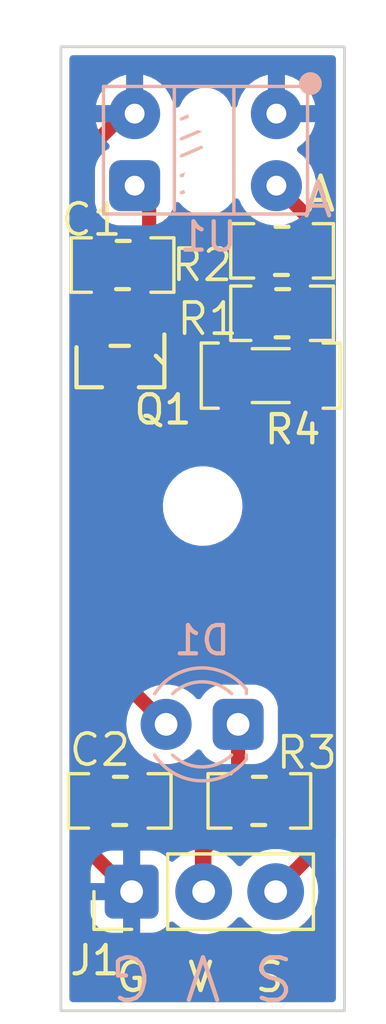
<source format=kicad_pcb>
(kicad_pcb (version 20221018) (generator pcbnew)
  (layers (0 "F.Cu" signal) (31 "B.Cu" signal) (34 "B.Paste" user) (35 "F.Paste" user) (36 "B.SilkS" user "B.Silkscreen") (37 "F.SilkS" user "F.Silkscreen") (38 "B.Mask" user) (39 "F.Mask" user) (44 "Edge.Cuts" user))
  (net 0 "")
  (net 1 "signal")
  (net 2 "GND")
  (net 3 "VCC")
  (net 4 "Net-(R1-Pad2)")
  (net 5 "Net-(D1-PadA)")
  (net 6 "Net-(D1-PadK)")
  (net 7 "signal_R0")
  (footprint "myFootPrintLib:MountingHole_2.1mm" (layer "F.Cu") (at 103.925 116.4 180)
    (fp_text reference "H1" hide)
    (fp_text value "MountingHole" hide)
    (pad "" np_thru_hole circle (at 0 0 180) (size 2.1 2.1) (drill 2.1) (layers "F&B.Cu" "*.Mask"))
  )
  (footprint "myFootPrintLib:R_0805_2012Metric_Pad1.20x1.50mm_HandSolder" (layer "F.Cu") (at 105.925 126.8)
    (fp_text reference "R3" (at 1.675 -1.7 unlocked) (layer "F.SilkS") (effects (font (size 1.1 1.1) (thickness 0.13))))
    (fp_text value "1k")
    (fp_line (start -1.81 -0.96) (end -1.81 0.96) (stroke (width 0.12)) (layer "F.SilkS"))
    (fp_line (start -1.81 0.96) (end -1 0.96) (stroke (width 0.12)) (layer "F.SilkS"))
    (fp_line (start -1 -0.96) (end -1.81 -0.96) (stroke (width 0.12)) (layer "F.SilkS"))
    (fp_line (start -0.25 0.85) (end 0.204128 0.85) (stroke (width 0.15)) (layer "F.SilkS"))
    (fp_line (start -0.227064 -0.85) (end 0.227064 -0.85) (stroke (width 0.15)) (layer "F.SilkS"))
    (fp_line (start 1.81 -0.96) (end 1.1 -0.96) (stroke (width 0.12)) (layer "F.SilkS"))
    (fp_line (start 1.81 -0.96) (end 1.81 0.96) (stroke (width 0.12)) (layer "F.SilkS"))
    (fp_line (start 1.81 0.96) (end 1.1 0.96) (stroke (width 0.12)) (layer "F.SilkS"))
    (pad "1" smd roundrect (at -1.038 0) (size 1.18 1.49) (layers "F.Cu" "F.Paste" "F.Mask") (roundrect_rratio 0.208) (net 5 "Net-(D1-PadA)"))
    (pad "2" smd roundrect (at 1.038 0) (size 1.18 1.49) (layers "F.Cu" "F.Paste" "F.Mask") (roundrect_rratio 0.208) (net 3 "VCC"))
  )
  (footprint "myFootPrintLib:C_0805_2012Metric_Pad1.20x1.50mm_HandSolder" (layer "F.Cu") (at 101.1 107.9 180)
    (fp_text reference "C1" (at 1.1 1.6 unlocked) (layer "F.SilkS") (effects (font (size 1.1 1.1) (thickness 0.13))))
    (fp_text value "1u")
    (fp_line (start -1.81 -0.96) (end -1.81 0.96) (stroke (width 0.12)) (layer "F.SilkS"))
    (fp_line (start -1.81 0.96) (end -1 0.96) (stroke (width 0.12)) (layer "F.SilkS"))
    (fp_line (start -1 -0.96) (end -1.81 -0.96) (stroke (width 0.12)) (layer "F.SilkS"))
    (fp_line (start -0.25 0.85) (end 0.204128 0.85) (stroke (width 0.15)) (layer "F.SilkS"))
    (fp_line (start -0.227064 -0.85) (end 0.227064 -0.85) (stroke (width 0.15)) (layer "F.SilkS"))
    (fp_line (start 1.81 -0.96) (end 1.1 -0.96) (stroke (width 0.12)) (layer "F.SilkS"))
    (fp_line (start 1.81 -0.96) (end 1.81 0.96) (stroke (width 0.12)) (layer "F.SilkS"))
    (fp_line (start 1.81 0.96) (end 1.1 0.96) (stroke (width 0.12)) (layer "F.SilkS"))
    (pad "1" smd roundrect (at -1.038 0 180) (size 1.18 1.49) (layers "F.Cu" "F.Paste" "F.Mask") (roundrect_rratio 0.208) (net 1 "signal"))
    (pad "2" smd roundrect (at 1.038 0 180) (size 1.18 1.49) (layers "F.Cu" "F.Paste" "F.Mask") (roundrect_rratio 0.208) (net 2 "GND"))
  )
  (footprint "myFootPrintLib:C_0805_2012Metric_Pad1.20x1.50mm_HandSolder" (layer "F.Cu") (at 101 126.8 180)
    (fp_text reference "C2" (at 0.7 1.8 unlocked) (layer "F.SilkS") (effects (font (size 1.1 1.1) (thickness 0.13))))
    (fp_text value "10u")
    (fp_line (start -1.81 -0.96) (end -1.81 0.96) (stroke (width 0.12)) (layer "F.SilkS"))
    (fp_line (start -1.81 0.96) (end -1 0.96) (stroke (width 0.12)) (layer "F.SilkS"))
    (fp_line (start -1 -0.96) (end -1.81 -0.96) (stroke (width 0.12)) (layer "F.SilkS"))
    (fp_line (start -0.25 0.85) (end 0.204128 0.85) (stroke (width 0.15)) (layer "F.SilkS"))
    (fp_line (start -0.227064 -0.85) (end 0.227064 -0.85) (stroke (width 0.15)) (layer "F.SilkS"))
    (fp_line (start 1.81 -0.96) (end 1.1 -0.96) (stroke (width 0.12)) (layer "F.SilkS"))
    (fp_line (start 1.81 -0.96) (end 1.81 0.96) (stroke (width 0.12)) (layer "F.SilkS"))
    (fp_line (start 1.81 0.96) (end 1.1 0.96) (stroke (width 0.12)) (layer "F.SilkS"))
    (pad "1" smd roundrect (at -1.038 0 180) (size 1.18 1.49) (layers "F.Cu" "F.Paste" "F.Mask") (roundrect_rratio 0.208) (net 3 "VCC"))
    (pad "2" smd roundrect (at 1.038 0 180) (size 1.18 1.49) (layers "F.Cu" "F.Paste" "F.Mask") (roundrect_rratio 0.208) (net 2 "GND"))
  )
  (footprint "myFootPrintLib:PinHeader_1x03_P2.54mm_Vertical" (layer "F.Cu") (at 101.42 130 90)
    (fp_text reference "J1" (at -2.425 -1.3 180) (layer "F.SilkS"))
    (fp_text value "Conn_01x03")
    (fp_line (start -1.33 -1.33) (end 0 -1.33) (stroke (width 0.12)) (layer "F.SilkS"))
    (fp_line (start -1.33 0) (end -1.33 -1.33) (stroke (width 0.12)) (layer "F.SilkS"))
    (fp_line (start -1.33 1.27) (end -1.33 6.41) (stroke (width 0.12)) (layer "F.SilkS"))
    (fp_line (start -1.33 1.27) (end 1.33 1.27) (stroke (width 0.12)) (layer "F.SilkS"))
    (fp_line (start -1.33 6.41) (end 1.33 6.41) (stroke (width 0.12)) (layer "F.SilkS"))
    (fp_line (start 1.33 1.27) (end 1.33 6.41) (stroke (width 0.12)) (layer "F.SilkS"))
    (pad "1" thru_hole roundrect (at 0 0 90) (size 1.9 1.9) (drill 0.8) (layers "*.Cu" "*.Mask") (roundrect_rratio 0.15) (net 2 "GND"))
    (pad "2" thru_hole oval (at 0 2.54 90) (size 2 2) (drill 0.8) (layers "*.Cu" "*.Mask") (net 3 "VCC"))
    (pad "3" thru_hole oval (at 0 5.08 90) (size 2 2) (drill 0.8) (layers "*.Cu" "*.Mask") (net 7 "signal_R0"))
  )
  (footprint "myFootPrintLib:R_0805_2012Metric_Pad1.20x1.50mm_HandSolder" (layer "F.Cu") (at 106.725 107.4)
    (fp_text reference "R1" (at -2.625 2.4 unlocked) (layer "F.SilkS") (effects (font (size 1.1 1.1) (thickness 0.13))))
    (fp_text value "1k")
    (fp_line (start -1.81 -0.96) (end -1.81 0.96) (stroke (width 0.12)) (layer "F.SilkS"))
    (fp_line (start -1.81 0.96) (end -1 0.96) (stroke (width 0.12)) (layer "F.SilkS"))
    (fp_line (start -1 -0.96) (end -1.81 -0.96) (stroke (width 0.12)) (layer "F.SilkS"))
    (fp_line (start -0.25 0.85) (end 0.204128 0.85) (stroke (width 0.15)) (layer "F.SilkS"))
    (fp_line (start -0.227064 -0.85) (end 0.227064 -0.85) (stroke (width 0.15)) (layer "F.SilkS"))
    (fp_line (start 1.81 -0.96) (end 1.1 -0.96) (stroke (width 0.12)) (layer "F.SilkS"))
    (fp_line (start 1.81 -0.96) (end 1.81 0.96) (stroke (width 0.12)) (layer "F.SilkS"))
    (fp_line (start 1.81 0.96) (end 1.1 0.96) (stroke (width 0.12)) (layer "F.SilkS"))
    (pad "1" smd roundrect (at -1.038 0) (size 1.18 1.49) (layers "F.Cu" "F.Paste" "F.Mask") (roundrect_rratio 0.208) (net 3 "VCC"))
    (pad "2" smd roundrect (at 1.038 0) (size 1.18 1.49) (layers "F.Cu" "F.Paste" "F.Mask") (roundrect_rratio 0.208) (net 4 "Net-(R1-Pad2)"))
  )
  (footprint "myFootPrintLib:SOT-23_PMOSFET" (layer "F.Cu") (at 101.025 111.45 -90)
    (fp_text reference "Q1" (at 1.55 -1.5 -180) (layer "F.SilkS"))
    (fp_text value "AO3402_N_Mosfet")
    (fp_line (start -0.7 0.35) (end -0.7 -0.3) (stroke (width 0.15)) (layer "F.SilkS"))
    (fp_line (start -0.05 -1.55) (end -0.35 -1.25) (stroke (width 0.15)) (layer "F.SilkS"))
    (fp_line (start 0.76 -1.55) (end -1.1 -1.55) (stroke (width 0.15)) (layer "F.SilkS"))
    (fp_line (start 0.76 -1.55) (end 0.76 -0.65) (stroke (width 0.15)) (layer "F.SilkS"))
    (fp_line (start 0.76 1.55) (end -0.65 1.55) (stroke (width 0.15)) (layer "F.SilkS"))
    (fp_line (start 0.76 1.55) (end 0.76 0.65) (stroke (width 0.15)) (layer "F.SilkS"))
    (pad "D" smd roundrect (at 1.3 0 270) (size 1.6 0.8) (layers "F.Cu" "F.Paste" "F.Mask") (roundrect_rratio 0.1) (net 6 "Net-(D1-PadK)"))
    (pad "G" smd roundrect (at -1.25 -0.9 270) (size 1.6 0.8) (layers "F.Cu" "F.Paste" "F.Mask") (roundrect_rratio 0.1) (net 1 "signal"))
    (pad "S" smd roundrect (at -1.25 0.95 270) (size 1.6 0.8) (layers "F.Cu" "F.Paste" "F.Mask") (roundrect_rratio 0.1) (net 2 "GND"))
  )
  (footprint "myFootPrintLib:R_1206_3216Metric_Pad1.33x1.80mm_HandSolder" (layer "F.Cu") (at 106.325 111.8)
    (fp_text reference "R4" (at 0.775 1.9 180) (layer "F.SilkS"))
    (fp_text value "0")
    (fp_line (start -2.45 -1.15) (end -2.45 1.15) (stroke (width 0.12)) (layer "F.SilkS"))
    (fp_line (start -2.45 1.15) (end -1.85 1.15) (stroke (width 0.12)) (layer "F.SilkS"))
    (fp_line (start -1.85 -1.15) (end -2.45 -1.15) (stroke (width 0.12)) (layer "F.SilkS"))
    (fp_line (start -0.65 -0.95) (end 0.65 -0.95) (stroke (width 0.12)) (layer "F.SilkS"))
    (fp_line (start -0.65 0.95) (end 0.65 0.95) (stroke (width 0.12)) (layer "F.SilkS"))
    (fp_line (start 1.85 1.15) (end 2.45 1.15) (stroke (width 0.12)) (layer "F.SilkS"))
    (fp_line (start 2.45 -1.15) (end 1.85 -1.15) (stroke (width 0.12)) (layer "F.SilkS"))
    (fp_line (start 2.45 1.15) (end 2.45 -1.15) (stroke (width 0.12)) (layer "F.SilkS"))
    (pad "1" smd roundrect (at -1.45 0) (size 1.35 1.8) (layers "F.Cu" "F.Paste" "F.Mask") (roundrect_rratio 0.189) (net 1 "signal"))
    (pad "2" smd roundrect (at 1.45 0) (size 1.35 1.8) (layers "F.Cu" "F.Paste" "F.Mask") (roundrect_rratio 0.189) (net 7 "signal_R0"))
  )
  (footprint "myFootPrintLib:R_0805_2012Metric_Pad1.20x1.50mm_HandSolder" (layer "F.Cu") (at 106.725 109.6 180)
    (fp_text reference "R2" (at 2.825 1.7 unlocked) (layer "F.SilkS") (effects (font (size 1.1 1.1) (thickness 0.13))))
    (fp_text value "10k")
    (fp_line (start -1.81 -0.96) (end -1.81 0.96) (stroke (width 0.12)) (layer "F.SilkS"))
    (fp_line (start -1.81 0.96) (end -1 0.96) (stroke (width 0.12)) (layer "F.SilkS"))
    (fp_line (start -1 -0.96) (end -1.81 -0.96) (stroke (width 0.12)) (layer "F.SilkS"))
    (fp_line (start -0.25 0.85) (end 0.204128 0.85) (stroke (width 0.15)) (layer "F.SilkS"))
    (fp_line (start -0.227064 -0.85) (end 0.227064 -0.85) (stroke (width 0.15)) (layer "F.SilkS"))
    (fp_line (start 1.81 -0.96) (end 1.1 -0.96) (stroke (width 0.12)) (layer "F.SilkS"))
    (fp_line (start 1.81 -0.96) (end 1.81 0.96) (stroke (width 0.12)) (layer "F.SilkS"))
    (fp_line (start 1.81 0.96) (end 1.1 0.96) (stroke (width 0.12)) (layer "F.SilkS"))
    (pad "1" smd roundrect (at -1.038 0 180) (size 1.18 1.49) (layers "F.Cu" "F.Paste" "F.Mask") (roundrect_rratio 0.208) (net 7 "signal_R0"))
    (pad "2" smd roundrect (at 1.038 0 180) (size 1.18 1.49) (layers "F.Cu" "F.Paste" "F.Mask") (roundrect_rratio 0.208) (net 3 "VCC"))
  )
  (footprint "myFootPrintLib:LED_D3.0mm" (layer "B.Cu") (at 105.175 124.1 180)
    (fp_text reference "D1" (at 1.27 2.96) (layer "B.SilkS") (effects (justify mirror)))
    (fp_text value "LED" hide)
    (fp_line (start -0.29 -1.08) (end -0.29 -1.236) (stroke (width 0.12)) (layer "B.SilkS"))
    (fp_line (start -0.29 1.236) (end -0.29 1.08) (stroke (width 0.12)) (layer "B.SilkS"))
    (fp_arc (start -0.29 -1.235516) (mid 1.366487 -1.987659) (end 2.942335 -1.078608) (stroke (width 0.12)) (layer "B.SilkS"))
    (fp_arc (start 0.229039 -1.08) (mid 1.270117 -1.5) (end 2.31113 -1.079837) (stroke (width 0.12)) (layer "B.SilkS"))
    (fp_arc (start 2.31113 1.079837) (mid 1.270117 1.5) (end 0.229039 1.08) (stroke (width 0.12)) (layer "B.SilkS"))
    (fp_arc (start 2.942335 1.078608) (mid 1.366487 1.987659) (end -0.29 1.235516) (stroke (width 0.12)) (layer "B.SilkS"))
    (pad "A" thru_hole roundrect (at 0 0 180) (size 1.8 1.8) (drill 0.8) (layers "*.Cu" "*.Mask") (roundrect_rratio 0.22) (net 5 "Net-(D1-PadA)"))
    (pad "K" thru_hole oval (at 2.54 0 180) (size 1.8 1.8) (drill 0.8) (layers "*.Cu" "*.Mask") (net 6 "Net-(D1-PadK)"))
  )
  (footprint "myFootPrintLib:Optical_ITR20403" (layer "B.Cu") (at 100.425 106.1)
    (fp_text reference "U1" (at 2.6 0.8 180) (layer "B.SilkS") (effects (justify right mirror)))
    (fp_text value "ITR20403")
    (fp_text user "A" (at 8.175 0.2 unlocked) (layer "B.SilkS") (effects (font (size 1.2 1.2)) (justify left bottom mirror)))
    (fp_text user "A" (at 8.275 0 unlocked) (layer "F.SilkS") (effects (font (size 1.2 1.2)) (justify left bottom mirror)))
    (fp_line (start 2.5 -4.47) (end 2.5 -0.13) (stroke (width 0.12)) (layer "B.SilkS"))
    (fp_line (start 2.75 -3.35) (end 3.45 -3.65) (stroke (width 0.12)) (layer "B.SilkS"))
    (fp_line (start 2.75 -2.65) (end 3.45 -2.95) (stroke (width 0.12)) (layer "B.SilkS"))
    (fp_line (start 2.75 -2.05) (end 3.45 -2.35) (stroke (width 0.12)) (layer "B.SilkS"))
    (fp_line (start 2.75 -1.35) (end 3.45 -1.65) (stroke (width 0.12)) (layer "B.SilkS"))
    (fp_line (start 2.75 -0.75) (end 3.45 -1.05) (stroke (width 0.12)) (layer "B.SilkS"))
    (fp_line (start 4.6 -4.5) (end 4.6 -0.08) (stroke (width 0.12)) (layer "B.SilkS"))
    (fp_rect (start 0 0) (end 7.2 -4.5) (stroke (width 0.12)) (fill none) (layer "B.SilkS"))
    (fp_circle (center 7.3 -4.6) (end 7.6 -4.6) (stroke (width 0.2)) (fill solid) (layer "B.SilkS"))
    (fp_circle (center 7.3 -4.6) (end 7.6 -4.6) (stroke (width 0.2)) (fill solid) (layer "F.SilkS"))
    (pad "" np_thru_hole circle (at 3.6 -3.5 270) (size 1.2 1.2) (drill 1.2) (layers "F&B.Cu" "*.Mask"))
    (pad "" np_thru_hole circle (at 3.6 -1.1 270) (size 1.6 1.6) (drill 1.6) (layers "F&B.Cu" "*.Mask"))
    (pad "1" thru_hole oval (at 6.1 -3.54 270) (size 1.8 1.8) (drill 0.7) (layers "*.Cu" "*.Mask") (net 2 "GND"))
    (pad "2" thru_hole oval (at 6.1 -1 270) (size 1.8 1.8) (drill 0.7) (layers "*.Cu" "*.Mask") (net 4 "Net-(R1-Pad2)"))
    (pad "3" thru_hole roundrect (at 1.1 -1 270) (size 1.8 1.8) (drill 0.7) (layers "*.Cu" "*.Mask") (roundrect_rratio 0.227) (net 1 "signal"))
    (pad "4" thru_hole oval (at 1.1 -3.54 270) (size 1.8 1.8) (drill 0.7) (layers "*.Cu" "*.Mask") (net 2 "GND"))
  )
  (gr_rect (start 98.925 100.2) (end 108.925 134.2) (stroke (width 0.1)) (fill none) (layer "Edge.Cuts"))
  (gr_text "S V G" (at 103.9 133 180) (layer "B.SilkS") (effects (font (size 1.5 1.5))))
  (gr_text "G  V  S" (at 100.8 133.6) (layer "F.SilkS") (effects (font (size 1 1)) (justify left bottom)))
  (segment (start 101.525 105.1) (end 102.0375 105.6125) (width 0.5) (layer "F.Cu") (net 1))
  (segment (start 104.875 111.9) (end 103.625 111.9) (width 0.5) (layer "F.Cu") (net 1))
  (segment (start 102.0375 110.0875) (end 101.925 110.2) (width 0.5) (layer "F.Cu") (net 1))
  (segment (start 102.0375 105.6125) (end 102.0375 110.0875) (width 0.5) (layer "F.Cu") (net 1))
  (segment (start 103.625 111.9) (end 101.925 110.2) (width 0.5) (layer "F.Cu") (net 1))
  (segment (start 99.475 107.9) (end 99.475 104.25) (width 0.5) (layer "F.Cu") (net 2))
  (segment (start 101.165 102.56) (end 101.525 102.56) (width 0.5) (layer "F.Cu") (net 2))
  (segment (start 99.9625 107.9) (end 99.475 107.9) (width 0.5) (layer "F.Cu") (net 2))
  (segment (start 99.475 110.8) (end 99.475 107.9) (width 0.5) (layer "F.Cu") (net 2))
  (segment (start 100.075 110.2) (end 99.475 110.8) (width 0.5) (layer "F.Cu") (net 2))
  (segment (start 99.475 104.25) (end 101.165 102.56) (width 0.5) (layer "F.Cu") (net 2))
  (segment (start 99.475 110.8) (end 99.475 125.5125) (width 0.5) (layer "F.Cu") (net 2))
  (segment (start 106.525 102.56) (end 107.185 102.56) (width 0.5) (layer "F.Cu") (net 2))
  (segment (start 99.9625 128.6025) (end 101.36 130) (width 0.5) (layer "F.Cu") (net 2))
  (segment (start 99.9625 126) (end 99.9625 128.6025) (width 0.5) (layer "F.Cu") (net 2))
  (segment (start 99.475 125.5125) (end 99.9625 126) (width 0.5) (layer "F.Cu") (net 2))
  (segment (start 107.425 114.065486) (end 106.25 112.890486) (width 0.5) (layer "F.Cu") (net 3))
  (segment (start 106.25 110.225) (end 105.725 109.7) (width 0.5) (layer "F.Cu") (net 3))
  (segment (start 106.25 112.890486) (end 106.25 110.225) (width 0.5) (layer "F.Cu") (net 3))
  (segment (start 103.985 128.485) (end 103.985 130.24) (width 0.5) (layer "F.Cu") (net 3))
  (segment (start 105.725 110) (end 105.725 107.4) (width 0.5) (layer "F.Cu") (net 3))
  (segment (start 102.0375 126.5375) (end 103.985 128.485) (width 0.5) (layer "F.Cu") (net 3))
  (segment (start 106.3 127.5) (end 107.425 126.375) (width 0.5) (layer "F.Cu") (net 3))
  (segment (start 102.0375 126.0375) (end 102.0375 126.5375) (width 0.5) (layer "F.Cu") (net 3))
  (segment (start 104.975 127.5) (end 106.3 127.5) (width 0.5) (layer "F.Cu") (net 3))
  (segment (start 107.425 126.375) (end 107.425 114.065486) (width 0.5) (layer "F.Cu") (net 3))
  (segment (start 103.9 128.575) (end 104.975 127.5) (width 0.5) (layer "F.Cu") (net 3))
  (segment (start 103.9 130) (end 103.9 128.575) (width 0.5) (layer "F.Cu") (net 3))
  (segment (start 106.525 105.1) (end 106.425 105.1) (width 0.5) (layer "F.Cu") (net 4))
  (segment (start 107.725 106.3) (end 106.525 105.1) (width 0.5) (layer "F.Cu") (net 4))
  (segment (start 107.725 107.4) (end 107.725 106.3) (width 0.5) (layer "F.Cu") (net 4))
  (segment (start 104.925 124.25) (end 105.175 124) (width 0.5) (layer "F.Cu") (net 5))
  (segment (start 105.175 124) (end 105.175 126.262) (width 0.5) (layer "F.Cu") (net 5))
  (segment (start 105.175 126.262) (end 104.887 126.55) (width 0.5) (layer "F.Cu") (net 5))
  (segment (start 100.475 121.95) (end 102.525 124) (width 0.5) (layer "F.Cu") (net 6))
  (segment (start 102.525 124) (end 102.635 124) (width 0.5) (layer "F.Cu") (net 6))
  (segment (start 101.025 112.75) (end 100.475 113.3) (width 0.5) (layer "F.Cu") (net 6))
  (segment (start 100.475 113.3) (end 100.475 121.95) (width 0.5) (layer "F.Cu") (net 6))
  (segment (start 108.375 128.065) (end 108.375 112) (width 0.5) (layer "F.Cu") (net 7))
  (segment (start 108.375 110.25) (end 107.725 109.6) (width 0.5) (layer "F.Cu") (net 7))
  (segment (start 107.775 112) (end 108.375 112) (width 0.5) (layer "F.Cu") (net 7))
  (segment (start 106.44 130) (end 108.375 128.065) (width 0.5) (layer "F.Cu") (net 7))
  (segment (start 108.375 112) (end 108.375 110.25) (width 0.5) (layer "F.Cu") (net 7))
  (zone (net 2) (net_name "GND") (layers "F&B.Cu") (connect_pads (clearance 0.5)) (min_thickness 0.25) (fill yes (thermal_gap 0.5) (thermal_bridge_width 0.6))
    (polygon (pts (xy 99.125 100.4) (xy 108.725 100.4) (xy 108.725 134) (xy 99.125 134)))
  )
)
</source>
